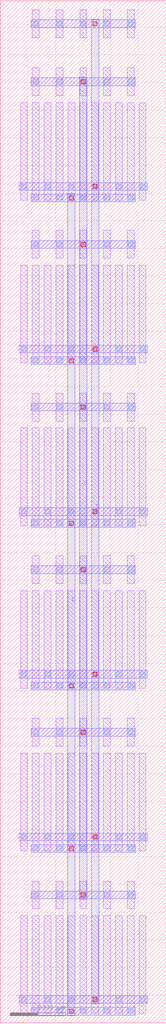
<source format=lef>
MACRO PMOS_S_89058261_X5_Y6
  UNITS 
    DATABASE MICRONS UNITS 1000;
  END UNITS 
  ORIGIN 0 0 ;
  FOREIGN PMOS_S_89058261_X5_Y6 0 0 ;
  SIZE 6020 BY 36960 ;
  PIN D
    DIRECTION INOUT ;
    USE SIGNAL ;
    PORT
      LAYER M3 ;
        RECT 2440 260 2720 29980 ;
    END
  END D
  PIN G
    DIRECTION INOUT ;
    USE SIGNAL ;
    PORT
      LAYER M3 ;
        RECT 2870 4460 3150 34180 ;
    END
  END G
  PIN S
    DIRECTION INOUT ;
    USE SIGNAL ;
    PORT
      LAYER M3 ;
        RECT 3300 680 3580 36280 ;
    END
  END S
  OBS
    LAYER M1 ;
      RECT 1165 335 1415 3865 ;
    LAYER M1 ;
      RECT 1165 4115 1415 5125 ;
    LAYER M1 ;
      RECT 1165 6215 1415 9745 ;
    LAYER M1 ;
      RECT 1165 9995 1415 11005 ;
    LAYER M1 ;
      RECT 1165 12095 1415 15625 ;
    LAYER M1 ;
      RECT 1165 15875 1415 16885 ;
    LAYER M1 ;
      RECT 1165 17975 1415 21505 ;
    LAYER M1 ;
      RECT 1165 21755 1415 22765 ;
    LAYER M1 ;
      RECT 1165 23855 1415 27385 ;
    LAYER M1 ;
      RECT 1165 27635 1415 28645 ;
    LAYER M1 ;
      RECT 1165 29735 1415 33265 ;
    LAYER M1 ;
      RECT 1165 33515 1415 34525 ;
    LAYER M1 ;
      RECT 1165 35615 1415 36625 ;
    LAYER M1 ;
      RECT 735 335 985 3865 ;
    LAYER M1 ;
      RECT 735 6215 985 9745 ;
    LAYER M1 ;
      RECT 735 12095 985 15625 ;
    LAYER M1 ;
      RECT 735 17975 985 21505 ;
    LAYER M1 ;
      RECT 735 23855 985 27385 ;
    LAYER M1 ;
      RECT 735 29735 985 33265 ;
    LAYER M1 ;
      RECT 1595 335 1845 3865 ;
    LAYER M1 ;
      RECT 1595 6215 1845 9745 ;
    LAYER M1 ;
      RECT 1595 12095 1845 15625 ;
    LAYER M1 ;
      RECT 1595 17975 1845 21505 ;
    LAYER M1 ;
      RECT 1595 23855 1845 27385 ;
    LAYER M1 ;
      RECT 1595 29735 1845 33265 ;
    LAYER M1 ;
      RECT 2025 335 2275 3865 ;
    LAYER M1 ;
      RECT 2025 4115 2275 5125 ;
    LAYER M1 ;
      RECT 2025 6215 2275 9745 ;
    LAYER M1 ;
      RECT 2025 9995 2275 11005 ;
    LAYER M1 ;
      RECT 2025 12095 2275 15625 ;
    LAYER M1 ;
      RECT 2025 15875 2275 16885 ;
    LAYER M1 ;
      RECT 2025 17975 2275 21505 ;
    LAYER M1 ;
      RECT 2025 21755 2275 22765 ;
    LAYER M1 ;
      RECT 2025 23855 2275 27385 ;
    LAYER M1 ;
      RECT 2025 27635 2275 28645 ;
    LAYER M1 ;
      RECT 2025 29735 2275 33265 ;
    LAYER M1 ;
      RECT 2025 33515 2275 34525 ;
    LAYER M1 ;
      RECT 2025 35615 2275 36625 ;
    LAYER M1 ;
      RECT 2455 335 2705 3865 ;
    LAYER M1 ;
      RECT 2455 6215 2705 9745 ;
    LAYER M1 ;
      RECT 2455 12095 2705 15625 ;
    LAYER M1 ;
      RECT 2455 17975 2705 21505 ;
    LAYER M1 ;
      RECT 2455 23855 2705 27385 ;
    LAYER M1 ;
      RECT 2455 29735 2705 33265 ;
    LAYER M1 ;
      RECT 2885 335 3135 3865 ;
    LAYER M1 ;
      RECT 2885 4115 3135 5125 ;
    LAYER M1 ;
      RECT 2885 6215 3135 9745 ;
    LAYER M1 ;
      RECT 2885 9995 3135 11005 ;
    LAYER M1 ;
      RECT 2885 12095 3135 15625 ;
    LAYER M1 ;
      RECT 2885 15875 3135 16885 ;
    LAYER M1 ;
      RECT 2885 17975 3135 21505 ;
    LAYER M1 ;
      RECT 2885 21755 3135 22765 ;
    LAYER M1 ;
      RECT 2885 23855 3135 27385 ;
    LAYER M1 ;
      RECT 2885 27635 3135 28645 ;
    LAYER M1 ;
      RECT 2885 29735 3135 33265 ;
    LAYER M1 ;
      RECT 2885 33515 3135 34525 ;
    LAYER M1 ;
      RECT 2885 35615 3135 36625 ;
    LAYER M1 ;
      RECT 3315 335 3565 3865 ;
    LAYER M1 ;
      RECT 3315 6215 3565 9745 ;
    LAYER M1 ;
      RECT 3315 12095 3565 15625 ;
    LAYER M1 ;
      RECT 3315 17975 3565 21505 ;
    LAYER M1 ;
      RECT 3315 23855 3565 27385 ;
    LAYER M1 ;
      RECT 3315 29735 3565 33265 ;
    LAYER M1 ;
      RECT 3745 335 3995 3865 ;
    LAYER M1 ;
      RECT 3745 4115 3995 5125 ;
    LAYER M1 ;
      RECT 3745 6215 3995 9745 ;
    LAYER M1 ;
      RECT 3745 9995 3995 11005 ;
    LAYER M1 ;
      RECT 3745 12095 3995 15625 ;
    LAYER M1 ;
      RECT 3745 15875 3995 16885 ;
    LAYER M1 ;
      RECT 3745 17975 3995 21505 ;
    LAYER M1 ;
      RECT 3745 21755 3995 22765 ;
    LAYER M1 ;
      RECT 3745 23855 3995 27385 ;
    LAYER M1 ;
      RECT 3745 27635 3995 28645 ;
    LAYER M1 ;
      RECT 3745 29735 3995 33265 ;
    LAYER M1 ;
      RECT 3745 33515 3995 34525 ;
    LAYER M1 ;
      RECT 3745 35615 3995 36625 ;
    LAYER M1 ;
      RECT 4175 335 4425 3865 ;
    LAYER M1 ;
      RECT 4175 6215 4425 9745 ;
    LAYER M1 ;
      RECT 4175 12095 4425 15625 ;
    LAYER M1 ;
      RECT 4175 17975 4425 21505 ;
    LAYER M1 ;
      RECT 4175 23855 4425 27385 ;
    LAYER M1 ;
      RECT 4175 29735 4425 33265 ;
    LAYER M1 ;
      RECT 4605 335 4855 3865 ;
    LAYER M1 ;
      RECT 4605 4115 4855 5125 ;
    LAYER M1 ;
      RECT 4605 6215 4855 9745 ;
    LAYER M1 ;
      RECT 4605 9995 4855 11005 ;
    LAYER M1 ;
      RECT 4605 12095 4855 15625 ;
    LAYER M1 ;
      RECT 4605 15875 4855 16885 ;
    LAYER M1 ;
      RECT 4605 17975 4855 21505 ;
    LAYER M1 ;
      RECT 4605 21755 4855 22765 ;
    LAYER M1 ;
      RECT 4605 23855 4855 27385 ;
    LAYER M1 ;
      RECT 4605 27635 4855 28645 ;
    LAYER M1 ;
      RECT 4605 29735 4855 33265 ;
    LAYER M1 ;
      RECT 4605 33515 4855 34525 ;
    LAYER M1 ;
      RECT 4605 35615 4855 36625 ;
    LAYER M1 ;
      RECT 5035 335 5285 3865 ;
    LAYER M1 ;
      RECT 5035 6215 5285 9745 ;
    LAYER M1 ;
      RECT 5035 12095 5285 15625 ;
    LAYER M1 ;
      RECT 5035 17975 5285 21505 ;
    LAYER M1 ;
      RECT 5035 23855 5285 27385 ;
    LAYER M1 ;
      RECT 5035 29735 5285 33265 ;
    LAYER M2 ;
      RECT 1120 280 4900 560 ;
    LAYER M2 ;
      RECT 1120 4480 4900 4760 ;
    LAYER M2 ;
      RECT 690 700 5330 980 ;
    LAYER M2 ;
      RECT 1120 6160 4900 6440 ;
    LAYER M2 ;
      RECT 1120 10360 4900 10640 ;
    LAYER M2 ;
      RECT 690 6580 5330 6860 ;
    LAYER M2 ;
      RECT 1120 12040 4900 12320 ;
    LAYER M2 ;
      RECT 1120 16240 4900 16520 ;
    LAYER M2 ;
      RECT 690 12460 5330 12740 ;
    LAYER M2 ;
      RECT 1120 17920 4900 18200 ;
    LAYER M2 ;
      RECT 1120 22120 4900 22400 ;
    LAYER M2 ;
      RECT 690 18340 5330 18620 ;
    LAYER M2 ;
      RECT 1120 23800 4900 24080 ;
    LAYER M2 ;
      RECT 1120 28000 4900 28280 ;
    LAYER M2 ;
      RECT 690 24220 5330 24500 ;
    LAYER M2 ;
      RECT 1120 29680 4900 29960 ;
    LAYER M2 ;
      RECT 1120 33880 4900 34160 ;
    LAYER M2 ;
      RECT 1120 35980 4900 36260 ;
    LAYER M2 ;
      RECT 690 30100 5330 30380 ;
    LAYER V1 ;
      RECT 1205 335 1375 505 ;
    LAYER V1 ;
      RECT 1205 4535 1375 4705 ;
    LAYER V1 ;
      RECT 1205 6215 1375 6385 ;
    LAYER V1 ;
      RECT 1205 10415 1375 10585 ;
    LAYER V1 ;
      RECT 1205 12095 1375 12265 ;
    LAYER V1 ;
      RECT 1205 16295 1375 16465 ;
    LAYER V1 ;
      RECT 1205 17975 1375 18145 ;
    LAYER V1 ;
      RECT 1205 22175 1375 22345 ;
    LAYER V1 ;
      RECT 1205 23855 1375 24025 ;
    LAYER V1 ;
      RECT 1205 28055 1375 28225 ;
    LAYER V1 ;
      RECT 1205 29735 1375 29905 ;
    LAYER V1 ;
      RECT 1205 33935 1375 34105 ;
    LAYER V1 ;
      RECT 1205 36035 1375 36205 ;
    LAYER V1 ;
      RECT 2065 335 2235 505 ;
    LAYER V1 ;
      RECT 2065 4535 2235 4705 ;
    LAYER V1 ;
      RECT 2065 6215 2235 6385 ;
    LAYER V1 ;
      RECT 2065 10415 2235 10585 ;
    LAYER V1 ;
      RECT 2065 12095 2235 12265 ;
    LAYER V1 ;
      RECT 2065 16295 2235 16465 ;
    LAYER V1 ;
      RECT 2065 17975 2235 18145 ;
    LAYER V1 ;
      RECT 2065 22175 2235 22345 ;
    LAYER V1 ;
      RECT 2065 23855 2235 24025 ;
    LAYER V1 ;
      RECT 2065 28055 2235 28225 ;
    LAYER V1 ;
      RECT 2065 29735 2235 29905 ;
    LAYER V1 ;
      RECT 2065 33935 2235 34105 ;
    LAYER V1 ;
      RECT 2065 36035 2235 36205 ;
    LAYER V1 ;
      RECT 2925 335 3095 505 ;
    LAYER V1 ;
      RECT 2925 4535 3095 4705 ;
    LAYER V1 ;
      RECT 2925 6215 3095 6385 ;
    LAYER V1 ;
      RECT 2925 10415 3095 10585 ;
    LAYER V1 ;
      RECT 2925 12095 3095 12265 ;
    LAYER V1 ;
      RECT 2925 16295 3095 16465 ;
    LAYER V1 ;
      RECT 2925 17975 3095 18145 ;
    LAYER V1 ;
      RECT 2925 22175 3095 22345 ;
    LAYER V1 ;
      RECT 2925 23855 3095 24025 ;
    LAYER V1 ;
      RECT 2925 28055 3095 28225 ;
    LAYER V1 ;
      RECT 2925 29735 3095 29905 ;
    LAYER V1 ;
      RECT 2925 33935 3095 34105 ;
    LAYER V1 ;
      RECT 2925 36035 3095 36205 ;
    LAYER V1 ;
      RECT 3785 335 3955 505 ;
    LAYER V1 ;
      RECT 3785 4535 3955 4705 ;
    LAYER V1 ;
      RECT 3785 6215 3955 6385 ;
    LAYER V1 ;
      RECT 3785 10415 3955 10585 ;
    LAYER V1 ;
      RECT 3785 12095 3955 12265 ;
    LAYER V1 ;
      RECT 3785 16295 3955 16465 ;
    LAYER V1 ;
      RECT 3785 17975 3955 18145 ;
    LAYER V1 ;
      RECT 3785 22175 3955 22345 ;
    LAYER V1 ;
      RECT 3785 23855 3955 24025 ;
    LAYER V1 ;
      RECT 3785 28055 3955 28225 ;
    LAYER V1 ;
      RECT 3785 29735 3955 29905 ;
    LAYER V1 ;
      RECT 3785 33935 3955 34105 ;
    LAYER V1 ;
      RECT 3785 36035 3955 36205 ;
    LAYER V1 ;
      RECT 4645 335 4815 505 ;
    LAYER V1 ;
      RECT 4645 4535 4815 4705 ;
    LAYER V1 ;
      RECT 4645 6215 4815 6385 ;
    LAYER V1 ;
      RECT 4645 10415 4815 10585 ;
    LAYER V1 ;
      RECT 4645 12095 4815 12265 ;
    LAYER V1 ;
      RECT 4645 16295 4815 16465 ;
    LAYER V1 ;
      RECT 4645 17975 4815 18145 ;
    LAYER V1 ;
      RECT 4645 22175 4815 22345 ;
    LAYER V1 ;
      RECT 4645 23855 4815 24025 ;
    LAYER V1 ;
      RECT 4645 28055 4815 28225 ;
    LAYER V1 ;
      RECT 4645 29735 4815 29905 ;
    LAYER V1 ;
      RECT 4645 33935 4815 34105 ;
    LAYER V1 ;
      RECT 4645 36035 4815 36205 ;
    LAYER V1 ;
      RECT 775 755 945 925 ;
    LAYER V1 ;
      RECT 775 6635 945 6805 ;
    LAYER V1 ;
      RECT 775 12515 945 12685 ;
    LAYER V1 ;
      RECT 775 18395 945 18565 ;
    LAYER V1 ;
      RECT 775 24275 945 24445 ;
    LAYER V1 ;
      RECT 775 30155 945 30325 ;
    LAYER V1 ;
      RECT 1635 755 1805 925 ;
    LAYER V1 ;
      RECT 1635 6635 1805 6805 ;
    LAYER V1 ;
      RECT 1635 12515 1805 12685 ;
    LAYER V1 ;
      RECT 1635 18395 1805 18565 ;
    LAYER V1 ;
      RECT 1635 24275 1805 24445 ;
    LAYER V1 ;
      RECT 1635 30155 1805 30325 ;
    LAYER V1 ;
      RECT 2495 755 2665 925 ;
    LAYER V1 ;
      RECT 2495 6635 2665 6805 ;
    LAYER V1 ;
      RECT 2495 12515 2665 12685 ;
    LAYER V1 ;
      RECT 2495 18395 2665 18565 ;
    LAYER V1 ;
      RECT 2495 24275 2665 24445 ;
    LAYER V1 ;
      RECT 2495 30155 2665 30325 ;
    LAYER V1 ;
      RECT 3355 755 3525 925 ;
    LAYER V1 ;
      RECT 3355 6635 3525 6805 ;
    LAYER V1 ;
      RECT 3355 12515 3525 12685 ;
    LAYER V1 ;
      RECT 3355 18395 3525 18565 ;
    LAYER V1 ;
      RECT 3355 24275 3525 24445 ;
    LAYER V1 ;
      RECT 3355 30155 3525 30325 ;
    LAYER V1 ;
      RECT 4215 755 4385 925 ;
    LAYER V1 ;
      RECT 4215 6635 4385 6805 ;
    LAYER V1 ;
      RECT 4215 12515 4385 12685 ;
    LAYER V1 ;
      RECT 4215 18395 4385 18565 ;
    LAYER V1 ;
      RECT 4215 24275 4385 24445 ;
    LAYER V1 ;
      RECT 4215 30155 4385 30325 ;
    LAYER V1 ;
      RECT 5075 755 5245 925 ;
    LAYER V1 ;
      RECT 5075 6635 5245 6805 ;
    LAYER V1 ;
      RECT 5075 12515 5245 12685 ;
    LAYER V1 ;
      RECT 5075 18395 5245 18565 ;
    LAYER V1 ;
      RECT 5075 24275 5245 24445 ;
    LAYER V1 ;
      RECT 5075 30155 5245 30325 ;
    LAYER V2 ;
      RECT 2505 345 2655 495 ;
    LAYER V2 ;
      RECT 2505 6225 2655 6375 ;
    LAYER V2 ;
      RECT 2505 12105 2655 12255 ;
    LAYER V2 ;
      RECT 2505 17985 2655 18135 ;
    LAYER V2 ;
      RECT 2505 23865 2655 24015 ;
    LAYER V2 ;
      RECT 2505 29745 2655 29895 ;
    LAYER V2 ;
      RECT 2935 4545 3085 4695 ;
    LAYER V2 ;
      RECT 2935 10425 3085 10575 ;
    LAYER V2 ;
      RECT 2935 16305 3085 16455 ;
    LAYER V2 ;
      RECT 2935 22185 3085 22335 ;
    LAYER V2 ;
      RECT 2935 28065 3085 28215 ;
    LAYER V2 ;
      RECT 2935 33945 3085 34095 ;
    LAYER V2 ;
      RECT 3365 765 3515 915 ;
    LAYER V2 ;
      RECT 3365 6645 3515 6795 ;
    LAYER V2 ;
      RECT 3365 12525 3515 12675 ;
    LAYER V2 ;
      RECT 3365 18405 3515 18555 ;
    LAYER V2 ;
      RECT 3365 24285 3515 24435 ;
    LAYER V2 ;
      RECT 3365 30165 3515 30315 ;
    LAYER V2 ;
      RECT 3365 36045 3515 36195 ;
  END
END PMOS_S_89058261_X5_Y6

</source>
